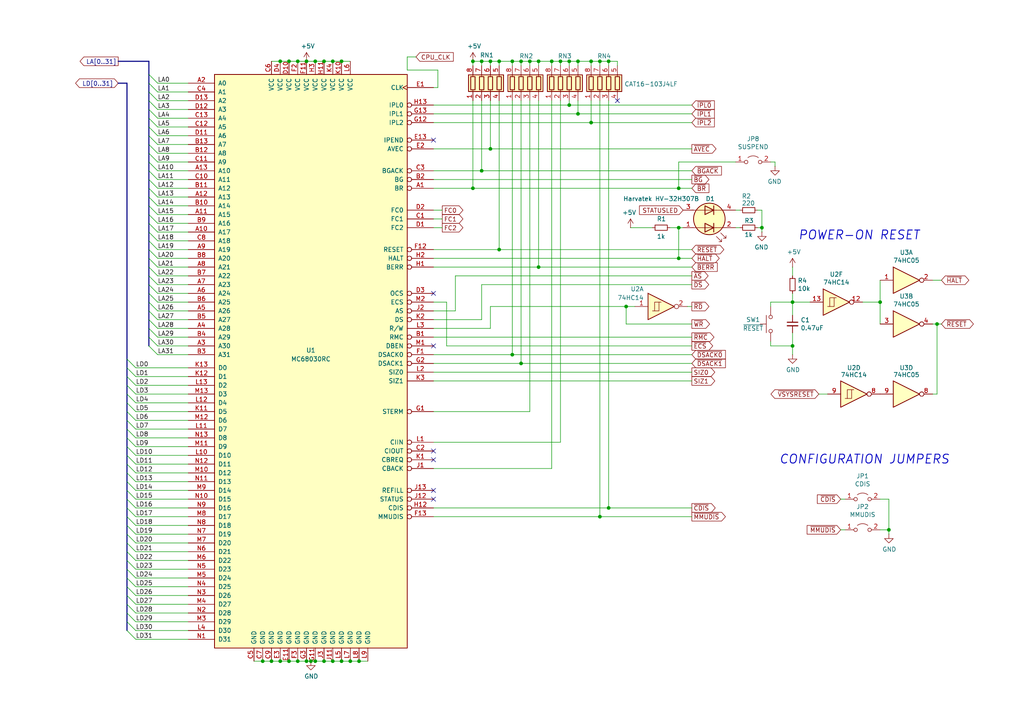
<source format=kicad_sch>
(kicad_sch (version 20231120) (generator "eeschema") (generator_version "8.0")
  (paper "A4")
  (title_block (title "k30p-VME") (rev "1"))
  (lib_symbols
    (symbol "74xx:74HC14" (pin_names (offset 1.016))
      (property "Reference" "U" (at 0 1.27 0))
      (property "Value" "74HC14" (at 0 -1.27 0))
      (symbol "74HC14_1_0"
        (pin input line (at -7.62 0 0) (length 3.81) (name "~") (number "1"))
        (pin output inverted (at 7.62 0 180) (length 3.81) (name "~") (number "2"))
      )
      (symbol "74HC14_2_0"
        (pin input line (at -7.62 0 0) (length 3.81) (name "~") (number "3"))
        (pin output inverted (at 7.62 0 180) (length 3.81) (name "~") (number "4"))
      )
      (symbol "74HC14_3_0"
        (pin input line (at -7.62 0 0) (length 3.81) (name "~") (number "5"))
        (pin output inverted (at 7.62 0 180) (length 3.81) (name "~") (number "6"))
      )
      (symbol "74HC14_4_0"
        (pin output inverted (at 7.62 0 180) (length 3.81) (name "~") (number "8"))
        (pin input line (at -7.62 0 0) (length 3.81) (name "~") (number "9"))
      )
      (symbol "74HC14_5_0"
        (pin output inverted (at 7.62 0 180) (length 3.81) (name "~") (number "10"))
        (pin input line (at -7.62 0 0) (length 3.81) (name "~") (number "11"))
      )
      (symbol "74HC14_6_0"
        (pin output inverted (at 7.62 0 180) (length 3.81) (name "~") (number "12"))
        (pin input line (at -7.62 0 0) (length 3.81) (name "~") (number "13"))
      )
      (symbol "74HC14_7_0"
        (pin power_in line (at 0 12.7 270) (length 5.08) (name "VCC") (number "14"))
        (pin power_in line (at 0 -12.7 90) (length 5.08) (name "GND") (number "7"))
      )
    )
    (symbol "74xx:74LS05" (pin_names (offset 1.016))
      (property "Reference" "U" (at 0 1.27 0))
      (property "Value" "74LS05" (at 0 -1.27 0))
      (symbol "74LS05_1_0"
        (pin input line (at -7.62 0 0) (length 3.81) (name "~") (number "1"))
        (pin open_collector inverted (at 7.62 0 180) (length 3.81) (name "~") (number "2"))
      )
      (symbol "74LS05_2_0"
        (pin input line (at -7.62 0 0) (length 3.81) (name "~") (number "3"))
        (pin open_collector inverted (at 7.62 0 180) (length 3.81) (name "~") (number "4"))
      )
      (symbol "74LS05_3_0"
        (pin input line (at -7.62 0 0) (length 3.81) (name "~") (number "5"))
        (pin open_collector inverted (at 7.62 0 180) (length 3.81) (name "~") (number "6"))
      )
      (symbol "74LS05_4_0"
        (pin open_collector inverted (at 7.62 0 180) (length 3.81) (name "~") (number "8"))
        (pin input line (at -7.62 0 0) (length 3.81) (name "~") (number "9"))
      )
      (symbol "74LS05_5_0"
        (pin open_collector inverted (at 7.62 0 180) (length 3.81) (name "~") (number "10"))
        (pin input line (at -7.62 0 0) (length 3.81) (name "~") (number "11"))
      )
      (symbol "74LS05_6_0"
        (pin open_collector inverted (at 7.62 0 180) (length 3.81) (name "~") (number "12"))
        (pin input line (at -7.62 0 0) (length 3.81) (name "~") (number "13"))
      )
      (symbol "74LS05_7_0"
        (pin power_in line (at 0 12.7 270) (length 5.08) (name "VCC") (number "14"))
        (pin power_in line (at 0 -12.7 90) (length 5.08) (name "GND") (number "7"))
      )
    )
    (symbol "Computie_68k:MC68030RC" (pin_names (offset 1.016))
      (property "Reference" "U" (at 0 2.54 0))
      (property "Value" "MC68030RC" (at 0 0 0))
      (symbol "MC68030RC_1_1"
        (pin input inverted (at 35.56 49.53 180) (length 7.62) (name "BR") (number "A1"))
        (pin output line (at -35.56 36.83 0) (length 7.62) (name "A17") (number "A10"))
        (pin output line (at -35.56 41.91 0) (length 7.62) (name "A15") (number "A11"))
        (pin output line (at -35.56 46.99 0) (length 7.62) (name "A13") (number "A12"))
        (pin output line (at -35.56 54.61 0) (length 7.62) (name "A10") (number "A13"))
        (pin output line (at -35.56 80.01 0) (length 7.62) (name "A0") (number "A2"))
        (pin output line (at -35.56 3.81 0) (length 7.62) (name "A30") (number "A3"))
        (pin output line (at -35.56 8.89 0) (length 7.62) (name "A28") (number "A4"))
        (pin output line (at -35.56 13.97 0) (length 7.62) (name "A26") (number "A5"))
        (pin output line (at -35.56 19.05 0) (length 7.62) (name "A24") (number "A6"))
        (pin output line (at -35.56 21.59 0) (length 7.62) (name "A23") (number "A7"))
        (pin output line (at -35.56 26.67 0) (length 7.62) (name "A21") (number "A8"))
        (pin output line (at -35.56 31.75 0) (length 7.62) (name "A19") (number "A9"))
        (pin output inverted (at 35.56 6.35 180) (length 7.62) (name "RMC") (number "B1"))
        (pin output line (at -35.56 44.45 0) (length 7.62) (name "A14") (number "B10"))
        (pin output line (at -35.56 49.53 0) (length 7.62) (name "A12") (number "B11"))
        (pin output line (at -35.56 59.69 0) (length 7.62) (name "A8") (number "B12"))
        (pin output line (at -35.56 62.23 0) (length 7.62) (name "A7") (number "B13"))
        (pin output inverted (at 35.56 52.07 180) (length 7.62) (name "BG") (number "B2"))
        (pin output line (at -35.56 1.27 0) (length 7.62) (name "A31") (number "B3"))
        (pin output line (at -35.56 6.35 0) (length 7.62) (name "A29") (number "B4"))
        (pin output line (at -35.56 11.43 0) (length 7.62) (name "A27") (number "B5"))
        (pin output line (at -35.56 16.51 0) (length 7.62) (name "A25") (number "B6"))
        (pin output line (at -35.56 24.13 0) (length 7.62) (name "A22") (number "B7"))
        (pin output line (at -35.56 29.21 0) (length 7.62) (name "A20") (number "B8"))
        (pin output line (at -35.56 39.37 0) (length 7.62) (name "A16") (number "B9"))
        (pin output line (at 35.56 40.64 180) (length 7.62) (name "FC1") (number "C1"))
        (pin output line (at -35.56 52.07 0) (length 7.62) (name "A11") (number "C10"))
        (pin output line (at -35.56 57.15 0) (length 7.62) (name "A9") (number "C11"))
        (pin output line (at -35.56 67.31 0) (length 7.62) (name "A5") (number "C12"))
        (pin output line (at -35.56 69.85 0) (length 7.62) (name "A4") (number "C13"))
        (pin output inverted (at 35.56 -26.67 180) (length 7.62) (name "CIOUT") (number "C2"))
        (pin input inverted (at 35.56 54.61 180) (length 7.62) (name "BGACK") (number "C3"))
        (pin output line (at -35.56 77.47 0) (length 7.62) (name "A1") (number "C4"))
        (pin power_in line (at -16.51 -87.63 90) (length 3.81) (name "GND") (number "C5"))
        (pin power_in line (at -11.43 86.36 270) (length 3.81) (name "VCC") (number "C6"))
        (pin power_in line (at -13.97 -87.63 90) (length 3.81) (name "GND") (number "C7"))
        (pin output line (at -35.56 34.29 0) (length 7.62) (name "A18") (number "C8"))
        (pin power_in line (at -11.43 -87.63 90) (length 3.81) (name "GND") (number "C9"))
        (pin output line (at 35.56 38.1 180) (length 7.62) (name "FC2") (number "D1"))
        (pin power_in line (at -6.35 86.36 270) (length 3.81) (name "VCC") (number "D10"))
        (pin output line (at -35.56 64.77 0) (length 7.62) (name "A6") (number "D11"))
        (pin output line (at -35.56 72.39 0) (length 7.62) (name "A3") (number "D12"))
        (pin output line (at -35.56 74.93 0) (length 7.62) (name "A2") (number "D13"))
        (pin output line (at 35.56 43.18 180) (length 7.62) (name "FC0") (number "D2"))
        (pin input inverted (at 35.56 19.05 180) (length 7.62) (name "OCS") (number "D3"))
        (pin power_in line (at -8.89 86.36 270) (length 3.81) (name "VCC") (number "D4"))
        (pin no_connect line (at 27.94 -54.61 180) (length 0) hide (name "NC") (number "D5"))
        (pin input clock (at 35.56 78.74 180) (length 7.62) (name "CLK") (number "E1"))
        (pin power_in line (at -6.35 -87.63 90) (length 3.81) (name "GND") (number "E11"))
        (pin no_connect line (at 27.94 -57.15 180) (length 0) hide (name "NC") (number "E12"))
        (pin output inverted (at 35.56 63.5 180) (length 7.62) (name "IPEND") (number "E13"))
        (pin input inverted (at 35.56 60.96 180) (length 7.62) (name "AVEC") (number "E2"))
        (pin power_in line (at -8.89 -87.63 90) (length 3.81) (name "GND") (number "E3"))
        (pin input inverted (at 35.56 1.27 180) (length 7.62) (name "DSACK0") (number "F1"))
        (pin no_connect line (at 27.94 -62.23 180) (length 0) hide (name "NC") (number "F10"))
        (pin power_in line (at -1.27 86.36 270) (length 3.81) (name "VCC") (number "F11"))
        (pin bidirectional inverted (at 35.56 31.75 180) (length 7.62) (name "RESET") (number "F12"))
        (pin input inverted (at 35.56 -45.72 180) (length 7.62) (name "MMUDIS") (number "F13"))
        (pin power_in line (at -3.81 86.36 270) (length 3.81) (name "VCC") (number "F2"))
        (pin power_in line (at -3.81 -87.63 90) (length 3.81) (name "GND") (number "F3"))
        (pin no_connect line (at 27.94 -59.69 180) (length 0) hide (name "NC") (number "F4"))
        (pin input inverted (at 35.56 -15.24 180) (length 7.62) (name "STERM") (number "G1"))
        (pin power_in line (at 1.27 -87.63 90) (length 3.81) (name "GND") (number "G11"))
        (pin input inverted (at 35.56 68.58 180) (length 7.62) (name "IPL2") (number "G12"))
        (pin input inverted (at 35.56 71.12 180) (length 7.62) (name "IPL1") (number "G13"))
        (pin input inverted (at 35.56 -1.27 180) (length 7.62) (name "DSACK1") (number "G2"))
        (pin power_in line (at -1.27 -87.63 90) (length 3.81) (name "GND") (number "G3"))
        (pin input inverted (at 35.56 26.67 180) (length 7.62) (name "BERR") (number "H1"))
        (pin power_in line (at 3.81 86.36 270) (length 3.81) (name "VCC") (number "H11"))
        (pin input inverted (at 35.56 -43.18 180) (length 7.62) (name "CDIS") (number "H12"))
        (pin input inverted (at 35.56 73.66 180) (length 7.62) (name "IPL0") (number "H13"))
        (pin input inverted (at 35.56 29.21 180) (length 7.62) (name "HALT") (number "H2"))
        (pin power_in line (at 1.27 86.36 270) (length 3.81) (name "VCC") (number "H3"))
        (pin input inverted (at 35.56 -31.75 180) (length 7.62) (name "CBACK") (number "J1"))
        (pin power_in line (at 6.35 -87.63 90) (length 3.81) (name "GND") (number "J11"))
        (pin output inverted (at 35.56 -40.64 180) (length 7.62) (name "STATUS") (number "J12"))
        (pin output inverted (at 35.56 -38.1 180) (length 7.62) (name "REFILL") (number "J13"))
        (pin output inverted (at 35.56 13.97 180) (length 7.62) (name "AS") (number "J2"))
        (pin power_in line (at 3.81 -87.63 90) (length 3.81) (name "GND") (number "J3"))
        (pin output inverted (at 35.56 -29.21 180) (length 7.62) (name "CBREQ") (number "K1"))
        (pin power_in line (at 8.89 86.36 270) (length 3.81) (name "VCC") (number "K10"))
        (pin bidirectional line (at -35.56 -15.24 0) (length 7.62) (name "D5") (number "K11"))
        (pin bidirectional line (at -35.56 -5.08 0) (length 7.62) (name "D1") (number "K12"))
        (pin bidirectional line (at -35.56 -2.54 0) (length 7.62) (name "D0") (number "K13"))
        (pin output inverted (at 35.56 11.43 180) (length 7.62) (name "DS") (number "K2"))
        (pin output line (at 35.56 -6.35 180) (length 7.62) (name "SIZ1") (number "K3"))
        (pin power_in line (at 6.35 86.36 270) (length 3.81) (name "VCC") (number "K4"))
        (pin no_connect line (at 27.94 -64.77 180) (length 0) hide (name "NC") (number "K5"))
        (pin input inverted (at 35.56 -24.13 180) (length 7.62) (name "CIIN") (number "L1"))
        (pin bidirectional line (at -35.56 -27.94 0) (length 7.62) (name "D10") (number "L10"))
        (pin bidirectional line (at -35.56 -20.32 0) (length 7.62) (name "D7") (number "L11"))
        (pin bidirectional line (at -35.56 -12.7 0) (length 7.62) (name "D4") (number "L12"))
        (pin bidirectional line (at -35.56 -7.62 0) (length 7.62) (name "D2") (number "L13"))
        (pin output line (at 35.56 -3.81 180) (length 7.62) (name "SIZ0") (number "L2"))
        (pin output line (at 35.56 8.89 180) (length 7.62) (name "R/W") (number "L3"))
        (pin bidirectional line (at -35.56 -78.74 0) (length 7.62) (name "D30") (number "L4"))
        (pin power_in line (at 8.89 -87.63 90) (length 3.81) (name "GND") (number "L5"))
        (pin power_in line (at 11.43 86.36 270) (length 3.81) (name "VCC") (number "L6"))
        (pin power_in line (at 11.43 -87.63 90) (length 3.81) (name "GND") (number "L7"))
        (pin power_in line (at 13.97 -87.63 90) (length 3.81) (name "GND") (number "L8"))
        (pin power_in line (at 16.51 -87.63 90) (length 3.81) (name "GND") (number "L9"))
        (pin output inverted (at 35.56 3.81 180) (length 7.62) (name "DBEN") (number "M1"))
        (pin bidirectional line (at -35.56 -33.02 0) (length 7.62) (name "D12") (number "M10"))
        (pin bidirectional line (at -35.56 -25.4 0) (length 7.62) (name "D9") (number "M11"))
        (pin bidirectional line (at -35.56 -17.78 0) (length 7.62) (name "D6") (number "M12"))
        (pin bidirectional line (at -35.56 -10.16 0) (length 7.62) (name "D3") (number "M13"))
        (pin output inverted (at 35.56 16.51 180) (length 7.62) (name "ECS") (number "M2"))
        (pin bidirectional line (at -35.56 -76.2 0) (length 7.62) (name "D29") (number "M3"))
        (pin bidirectional line (at -35.56 -71.12 0) (length 7.62) (name "D27") (number "M4"))
        (pin bidirectional line (at -35.56 -63.5 0) (length 7.62) (name "D24") (number "M5"))
        (pin bidirectional line (at -35.56 -58.42 0) (length 7.62) (name "D22") (number "M6"))
        (pin bidirectional line (at -35.56 -53.34 0) (length 7.62) (name "D20") (number "M7"))
        (pin bidirectional line (at -35.56 -45.72 0) (length 7.62) (name "D17") (number "M8"))
        (pin bidirectional line (at -35.56 -38.1 0) (length 7.62) (name "D14") (number "M9"))
        (pin bidirectional line (at -35.56 -81.28 0) (length 7.62) (name "D31") (number "N1"))
        (pin bidirectional line (at -35.56 -40.64 0) (length 7.62) (name "D15") (number "N10"))
        (pin bidirectional line (at -35.56 -35.56 0) (length 7.62) (name "D13") (number "N11"))
        (pin bidirectional line (at -35.56 -30.48 0) (length 7.62) (name "D11") (number "N12"))
        (pin bidirectional line (at -35.56 -22.86 0) (length 7.62) (name "D8") (number "N13"))
        (pin bidirectional line (at -35.56 -73.66 0) (length 7.62) (name "D28") (number "N2"))
        (pin bidirectional line (at -35.56 -68.58 0) (length 7.62) (name "D26") (number "N3"))
        (pin bidirectional line (at -35.56 -66.04 0) (length 7.62) (name "D25") (number "N4"))
        (pin bidirectional line (at -35.56 -60.96 0) (length 7.62) (name "D23") (number "N5"))
        (pin bidirectional line (at -35.56 -55.88 0) (length 7.62) (name "D21") (number "N6"))
        (pin bidirectional line (at -35.56 -50.8 0) (length 7.62) (name "D19") (number "N7"))
        (pin bidirectional line (at -35.56 -48.26 0) (length 7.62) (name "D18") (number "N8"))
        (pin bidirectional line (at -35.56 -43.18 0) (length 7.62) (name "D16") (number "N9"))
      )
    )
    (symbol "Device:C_Small" (pin_numbers hide) (pin_names (offset 0.254) hide)
      (property "Reference" "C" (at 0.254 1.778 0))
      (property "Value" "C_Small" (at 0.254 -2.032 0))
      (symbol "C_Small_1_1"
        (pin passive line (at 0 2.54 270) (length 2.032) (name "~") (number "1"))
        (pin passive line (at 0 -2.54 90) (length 2.032) (name "~") (number "2"))
      )
    )
    (symbol "Device:LED_Dual_AKAK" (pin_names (offset 0) hide)
      (property "Reference" "D" (at 0 5.715 0))
      (property "Value" "LED_Dual_AKAK" (at 0 -6.35 0))
      (symbol "LED_Dual_AKAK_1_1"
        (pin input line (at -7.62 2.54 0) (length 3.048) (name "A1") (number "1"))
        (pin input line (at 7.62 2.54 180) (length 3.81) (name "K1") (number "2"))
        (pin input line (at -7.62 -2.54 0) (length 3.048) (name "A2") (number "3"))
        (pin input line (at 7.62 -2.54 180) (length 3.81) (name "K2") (number "4"))
      )
    )
    (symbol "Device:R_Pack04" (pin_names (offset 0) hide)
      (property "Reference" "RN" (at -7.62 0 90))
      (property "Value" "R_Pack04" (at 5.08 0 90))
      (symbol "R_Pack04_1_1"
        (pin passive line (at -5.08 -5.08 90) (length 2.54) (name "R1.1") (number "1"))
        (pin passive line (at -2.54 -5.08 90) (length 2.54) (name "R2.1") (number "2"))
        (pin passive line (at 0 -5.08 90) (length 2.54) (name "R3.1") (number "3"))
        (pin passive line (at 2.54 -5.08 90) (length 2.54) (name "R4.1") (number "4"))
        (pin passive line (at 2.54 5.08 270) (length 2.54) (name "R4.2") (number "5"))
        (pin passive line (at 0 5.08 270) (length 2.54) (name "R3.2") (number "6"))
        (pin passive line (at -2.54 5.08 270) (length 2.54) (name "R2.2") (number "7"))
        (pin passive line (at -5.08 5.08 270) (length 2.54) (name "R1.2") (number "8"))
      )
    )
    (symbol "Device:R_Small" (pin_numbers hide) (pin_names (offset 0.254) hide)
      (property "Reference" "R" (at 0.762 0.508 0))
      (property "Value" "R_Small" (at 0.762 -1.016 0))
      (symbol "R_Small_1_1"
        (pin passive line (at 0 2.54 270) (length 0.762) (name "~") (number "1"))
        (pin passive line (at 0 -2.54 90) (length 0.762) (name "~") (number "2"))
      )
    )
    (symbol "Jumper:Jumper_2_Open" (pin_names (offset 0) hide)
      (property "Reference" "JP" (at 0 2.794 0))
      (property "Value" "Jumper_2_Open" (at 0 -2.286 0))
      (symbol "Jumper_2_Open_1_1"
        (pin passive line (at -5.08 0 0) (length 2.54) (name "A") (number "1"))
        (pin passive line (at 5.08 0 180) (length 2.54) (name "B") (number "2"))
      )
    )
    (symbol "Switch:SW_Push" (pin_numbers hide) (pin_names (offset 1.016) hide)
      (property "Reference" "SW" (at 1.27 2.54 0))
      (property "Value" "SW_Push" (at 0 -1.524 0))
      (symbol "SW_Push_0_1"
        (pin passive line (at -5.08 0 0) (length 2.54) (name "1") (number "1"))
        (pin passive line (at 5.08 0 180) (length 2.54) (name "2") (number "2"))
      )
    )
    (symbol "power:+5V" (power) (pin_numbers hide) (pin_names (offset 0) hide)
      (property "Value" "+5V" (at 0 3.556 0))
      (symbol "+5V_1_1"
        (pin power_in line (at 0 0 90) (length 0) (name "~") (number "1"))
      )
    )
    (symbol "power:GND" (power) (pin_numbers hide) (pin_names (offset 0) hide)
      (property "Value" "GND" (at 0 -3.81 0))
      (symbol "GND_1_1"
        (pin power_in line (at 0 0 270) (length 0) (name "~") (number "1"))
      )
    )
  )
  (junction (at 83.82 191.77))
  (junction (at 88.9 191.77))
  (junction (at 160.02 17.78))
  (junction (at 104.14 191.77))
  (junction (at 171.45 17.78))
  (junction (at 142.24 43.18))
  (junction (at 257.81 153.67))
  (junction (at 86.36 191.77))
  (junction (at 156.21 17.78))
  (junction (at 196.85 74.93))
  (junction (at 196.85 54.61))
  (junction (at 144.78 17.78))
  (junction (at 162.56 17.78))
  (junction (at 144.78 72.39))
  (junction (at 99.06 191.77))
  (junction (at 137.16 54.61))
  (junction (at 151.13 17.78))
  (junction (at 173.99 149.86))
  (junction (at 81.28 17.78))
  (junction (at 271.78 93.98))
  (junction (at 167.64 33.02))
  (junction (at 81.28 191.77))
  (junction (at 196.85 66.04))
  (junction (at 76.2 191.77))
  (junction (at 137.16 17.78))
  (junction (at 91.44 17.78))
  (junction (at 148.59 17.78))
  (junction (at 91.44 191.77))
  (junction (at 139.7 49.53))
  (junction (at 156.21 77.47))
  (junction (at 142.24 17.78))
  (junction (at 171.45 35.56))
  (junction (at 88.9 17.78))
  (junction (at 96.52 17.78))
  (junction (at 86.36 17.78))
  (junction (at 151.13 105.41))
  (junction (at 83.82 17.78))
  (junction (at 165.1 30.48))
  (junction (at 181.61 88.9))
  (junction (at 153.67 17.78))
  (junction (at 167.64 17.78))
  (junction (at 148.59 102.87))
  (junction (at 78.74 191.77))
  (junction (at 93.98 17.78))
  (junction (at 99.06 17.78))
  (junction (at 139.7 17.78))
  (junction (at 96.52 191.77))
  (junction (at 255.27 87.63))
  (junction (at 173.99 17.78))
  (junction (at 229.87 100.33))
  (junction (at 176.53 147.32))
  (junction (at 220.98 66.04))
  (junction (at 90.17 191.77))
  (junction (at 165.1 17.78))
  (junction (at 93.98 191.77))
  (junction (at 229.87 87.63))
  (junction (at 101.6 191.77))
  (junction (at 176.53 17.78))
  (no_connect (at 125.73 85.09))
  (no_connect (at 125.73 130.81))
  (no_connect (at 125.73 142.24))
  (no_connect (at 125.73 40.64))
  (no_connect (at 125.73 144.78))
  (no_connect (at 125.73 100.33))
  (no_connect (at 179.07 29.21))
  (no_connect (at 125.73 133.35))
  (bus_entry (at 43.18 26.67) (size 2.54 2.54))
  (bus_entry (at 36.83 180.34) (size 2.54 2.54))
  (bus_entry (at 36.83 149.86) (size 2.54 2.54))
  (bus_entry (at 36.83 134.62) (size 2.54 2.54))
  (bus_entry (at 36.83 114.3) (size 2.54 2.54))
  (bus_entry (at 36.83 152.4) (size 2.54 2.54))
  (bus_entry (at 43.18 100.33) (size 2.54 2.54))
  (bus_entry (at 43.18 52.07) (size 2.54 2.54))
  (bus_entry (at 43.18 90.17) (size 2.54 2.54))
  (bus_entry (at 43.18 39.37) (size 2.54 2.54))
  (bus_entry (at 43.18 46.99) (size 2.54 2.54))
  (bus_entry (at 43.18 72.39) (size 2.54 2.54))
  (bus_entry (at 36.83 124.46) (size 2.54 2.54))
  (bus_entry (at 43.18 92.71) (size 2.54 2.54))
  (bus_entry (at 43.18 59.69) (size 2.54 2.54))
  (bus_entry (at 36.83 106.68) (size 2.54 2.54))
  (bus_entry (at 43.18 77.47) (size 2.54 2.54))
  (bus_entry (at 43.18 49.53) (size 2.54 2.54))
  (bus_entry (at 36.83 132.08) (size 2.54 2.54))
  (bus_entry (at 36.83 177.8) (size 2.54 2.54))
  (bus_entry (at 36.83 167.64) (size 2.54 2.54))
  (bus_entry (at 43.18 82.55) (size 2.54 2.54))
  (bus_entry (at 36.83 144.78) (size 2.54 2.54))
  (bus_entry (at 43.18 97.79) (size 2.54 2.54))
  (bus_entry (at 36.83 142.24) (size 2.54 2.54))
  (bus_entry (at 36.83 172.72) (size 2.54 2.54))
  (bus_entry (at 36.83 129.54) (size 2.54 2.54))
  (bus_entry (at 43.18 67.31) (size 2.54 2.54))
  (bus_entry (at 36.83 111.76) (size 2.54 2.54))
  (bus_entry (at 43.18 44.45) (size 2.54 2.54))
  (bus_entry (at 43.18 54.61) (size 2.54 2.54))
  (bus_entry (at 36.83 147.32) (size 2.54 2.54))
  (bus_entry (at 36.83 165.1) (size 2.54 2.54))
  (bus_entry (at 43.18 64.77) (size 2.54 2.54))
  (bus_entry (at 43.18 62.23) (size 2.54 2.54))
  (bus_entry (at 36.83 119.38) (size 2.54 2.54))
  (bus_entry (at 36.83 160.02) (size 2.54 2.54))
  (bus_entry (at 36.83 127) (size 2.54 2.54))
  (bus_entry (at 43.18 80.01) (size 2.54 2.54))
  (bus_entry (at 36.83 157.48) (size 2.54 2.54))
  (bus_entry (at 43.18 34.29) (size 2.54 2.54))
  (bus_entry (at 36.83 104.14) (size 2.54 2.54))
  (bus_entry (at 36.83 116.84) (size 2.54 2.54))
  (bus_entry (at 36.83 137.16) (size 2.54 2.54))
  (bus_entry (at 43.18 21.59) (size 2.54 2.54))
  (bus_entry (at 36.83 162.56) (size 2.54 2.54))
  (bus_entry (at 43.18 95.25) (size 2.54 2.54))
  (bus_entry (at 43.18 87.63) (size 2.54 2.54))
  (bus_entry (at 36.83 109.22) (size 2.54 2.54))
  (bus_entry (at 43.18 24.13) (size 2.54 2.54))
  (bus_entry (at 43.18 36.83) (size 2.54 2.54))
  (bus_entry (at 43.18 29.21) (size 2.54 2.54))
  (bus_entry (at 36.83 139.7) (size 2.54 2.54))
  (bus_entry (at 43.18 31.75) (size 2.54 2.54))
  (bus_entry (at 43.18 74.93) (size 2.54 2.54))
  (bus_entry (at 36.83 170.18) (size 2.54 2.54))
  (bus_entry (at 36.83 121.92) (size 2.54 2.54))
  (bus_entry (at 43.18 41.91) (size 2.54 2.54))
  (bus_entry (at 36.83 182.88) (size 2.54 2.54))
  (bus_entry (at 43.18 85.09) (size 2.54 2.54))
  (bus_entry (at 43.18 57.15) (size 2.54 2.54))
  (bus_entry (at 43.18 69.85) (size 2.54 2.54))
  (bus_entry (at 36.83 175.26) (size 2.54 2.54))
  (bus_entry (at 36.83 154.94) (size 2.54 2.54))
  (wire (pts (xy 213.36 46.99) (xy 196.85 46.99)))
  (wire (pts (xy 214.63 66.04) (xy 213.36 66.04)))
  (bus (pts (xy 43.18 41.91) (xy 43.18 44.45)))
  (bus (pts (xy 43.18 62.23) (xy 43.18 64.77)))
  (wire (pts (xy 125.73 92.71) (xy 139.7 92.71)))
  (wire (pts (xy 125.73 102.87) (xy 148.59 102.87)))
  (wire (pts (xy 39.37 132.08) (xy 54.61 132.08)))
  (wire (pts (xy 90.17 191.77) (xy 91.44 191.77)))
  (wire (pts (xy 45.72 97.79) (xy 54.61 97.79)))
  (bus (pts (xy 43.18 17.78) (xy 34.29 17.78)))
  (wire (pts (xy 39.37 121.92) (xy 54.61 121.92)))
  (wire (pts (xy 243.84 144.78) (xy 245.11 144.78)))
  (wire (pts (xy 153.67 29.21) (xy 153.67 119.38)))
  (bus (pts (xy 36.83 104.14) (xy 36.83 106.68)))
  (bus (pts (xy 43.18 69.85) (xy 43.18 72.39)))
  (wire (pts (xy 91.44 17.78) (xy 93.98 17.78)))
  (wire (pts (xy 224.79 46.99) (xy 224.79 48.26)))
  (wire (pts (xy 45.72 46.99) (xy 54.61 46.99)))
  (bus (pts (xy 36.83 106.68) (xy 36.83 109.22)))
  (wire (pts (xy 220.98 60.96) (xy 220.98 66.04)))
  (bus (pts (xy 43.18 49.53) (xy 43.18 52.07)))
  (wire (pts (xy 148.59 29.21) (xy 148.59 102.87)))
  (wire (pts (xy 125.73 30.48) (xy 165.1 30.48)))
  (wire (pts (xy 45.72 64.77) (xy 54.61 64.77)))
  (wire (pts (xy 223.52 99.06) (xy 223.52 100.33)))
  (wire (pts (xy 160.02 135.89) (xy 160.02 29.21)))
  (bus (pts (xy 36.83 114.3) (xy 36.83 116.84)))
  (wire (pts (xy 127 20.32) (xy 127 25.4)))
  (wire (pts (xy 45.72 80.01) (xy 54.61 80.01)))
  (wire (pts (xy 118.11 16.51) (xy 118.11 20.32)))
  (wire (pts (xy 39.37 149.86) (xy 54.61 149.86)))
  (wire (pts (xy 167.64 33.02) (xy 200.66 33.02)))
  (wire (pts (xy 125.73 63.5) (xy 128.27 63.5)))
  (wire (pts (xy 137.16 19.05) (xy 137.16 17.78)))
  (wire (pts (xy 196.85 46.99) (xy 196.85 54.61)))
  (bus (pts (xy 43.18 64.77) (xy 43.18 67.31)))
  (wire (pts (xy 45.72 44.45) (xy 54.61 44.45)))
  (bus (pts (xy 36.83 139.7) (xy 36.83 142.24)))
  (bus (pts (xy 43.18 67.31) (xy 43.18 69.85)))
  (wire (pts (xy 39.37 119.38) (xy 54.61 119.38)))
  (bus (pts (xy 43.18 46.99) (xy 43.18 49.53)))
  (wire (pts (xy 171.45 17.78) (xy 173.99 17.78)))
  (wire (pts (xy 167.64 33.02) (xy 167.64 29.21)))
  (wire (pts (xy 167.64 17.78) (xy 167.64 19.05)))
  (wire (pts (xy 151.13 29.21) (xy 151.13 105.41)))
  (wire (pts (xy 142.24 95.25) (xy 142.24 88.9)))
  (wire (pts (xy 139.7 49.53) (xy 200.66 49.53)))
  (wire (pts (xy 45.72 31.75) (xy 54.61 31.75)))
  (wire (pts (xy 165.1 30.48) (xy 200.66 30.48)))
  (bus (pts (xy 43.18 31.75) (xy 43.18 34.29)))
  (wire (pts (xy 99.06 191.77) (xy 101.6 191.77)))
  (bus (pts (xy 36.83 152.4) (xy 36.83 154.94)))
  (wire (pts (xy 39.37 139.7) (xy 54.61 139.7)))
  (wire (pts (xy 104.14 191.77) (xy 106.68 191.77)))
  (wire (pts (xy 125.73 97.79) (xy 200.66 97.79)))
  (bus (pts (xy 43.18 24.13) (xy 43.18 26.67)))
  (wire (pts (xy 45.72 39.37) (xy 54.61 39.37)))
  (bus (pts (xy 36.83 160.02) (xy 36.83 162.56)))
  (wire (pts (xy 171.45 19.05) (xy 171.45 17.78)))
  (wire (pts (xy 88.9 191.77) (xy 90.17 191.77)))
  (wire (pts (xy 125.73 25.4) (xy 127 25.4)))
  (bus (pts (xy 36.83 149.86) (xy 36.83 152.4)))
  (wire (pts (xy 45.72 59.69) (xy 54.61 59.69)))
  (wire (pts (xy 125.73 119.38) (xy 153.67 119.38)))
  (wire (pts (xy 198.12 66.04) (xy 196.85 66.04)))
  (wire (pts (xy 142.24 29.21) (xy 142.24 43.18)))
  (wire (pts (xy 270.51 114.3) (xy 271.78 114.3)))
  (wire (pts (xy 220.98 66.04) (xy 219.71 66.04)))
  (wire (pts (xy 45.72 24.13) (xy 54.61 24.13)))
  (wire (pts (xy 139.7 82.55) (xy 139.7 92.71)))
  (wire (pts (xy 153.67 17.78) (xy 156.21 17.78)))
  (wire (pts (xy 176.53 17.78) (xy 179.07 17.78)))
  (bus (pts (xy 43.18 21.59) (xy 43.18 24.13)))
  (bus (pts (xy 43.18 97.79) (xy 43.18 100.33)))
  (wire (pts (xy 88.9 17.78) (xy 91.44 17.78)))
  (wire (pts (xy 151.13 105.41) (xy 200.66 105.41)))
  (wire (pts (xy 39.37 180.34) (xy 54.61 180.34)))
  (bus (pts (xy 36.83 142.24) (xy 36.83 144.78)))
  (bus (pts (xy 36.83 24.13) (xy 36.83 104.14)))
  (wire (pts (xy 39.37 109.22) (xy 54.61 109.22)))
  (wire (pts (xy 160.02 17.78) (xy 162.56 17.78)))
  (wire (pts (xy 83.82 191.77) (xy 86.36 191.77)))
  (wire (pts (xy 125.73 147.32) (xy 176.53 147.32)))
  (bus (pts (xy 36.83 157.48) (xy 36.83 160.02)))
  (wire (pts (xy 271.78 93.98) (xy 273.05 93.98)))
  (wire (pts (xy 45.72 34.29) (xy 54.61 34.29)))
  (wire (pts (xy 162.56 17.78) (xy 165.1 17.78)))
  (wire (pts (xy 144.78 72.39) (xy 200.66 72.39)))
  (wire (pts (xy 39.37 129.54) (xy 54.61 129.54)))
  (wire (pts (xy 176.53 147.32) (xy 200.66 147.32)))
  (wire (pts (xy 99.06 17.78) (xy 101.6 17.78)))
  (wire (pts (xy 132.08 90.17) (xy 125.73 90.17)))
  (wire (pts (xy 39.37 134.62) (xy 54.61 134.62)))
  (wire (pts (xy 139.7 17.78) (xy 142.24 17.78)))
  (wire (pts (xy 81.28 191.77) (xy 83.82 191.77)))
  (wire (pts (xy 151.13 17.78) (xy 153.67 17.78)))
  (wire (pts (xy 148.59 19.05) (xy 148.59 17.78)))
  (wire (pts (xy 223.52 88.9) (xy 223.52 87.63)))
  (wire (pts (xy 196.85 54.61) (xy 200.66 54.61)))
  (bus (pts (xy 36.83 132.08) (xy 36.83 134.62)))
  (wire (pts (xy 125.73 128.27) (xy 162.56 128.27)))
  (wire (pts (xy 139.7 49.53) (xy 139.7 29.21)))
  (wire (pts (xy 153.67 19.05) (xy 153.67 17.78)))
  (wire (pts (xy 181.61 93.98) (xy 200.66 93.98)))
  (wire (pts (xy 173.99 149.86) (xy 200.66 149.86)))
  (wire (pts (xy 39.37 124.46) (xy 54.61 124.46)))
  (wire (pts (xy 39.37 142.24) (xy 54.61 142.24)))
  (wire (pts (xy 156.21 77.47) (xy 156.21 29.21)))
  (wire (pts (xy 45.72 77.47) (xy 54.61 77.47)))
  (wire (pts (xy 91.44 191.77) (xy 93.98 191.77)))
  (wire (pts (xy 137.16 29.21) (xy 137.16 54.61)))
  (wire (pts (xy 255.27 87.63) (xy 250.19 87.63)))
  (wire (pts (xy 39.37 106.68) (xy 54.61 106.68)))
  (wire (pts (xy 93.98 17.78) (xy 96.52 17.78)))
  (bus (pts (xy 36.83 134.62) (xy 36.83 137.16)))
  (wire (pts (xy 255.27 87.63) (xy 255.27 93.98)))
  (wire (pts (xy 137.16 54.61) (xy 196.85 54.61)))
  (wire (pts (xy 45.72 36.83) (xy 54.61 36.83)))
  (bus (pts (xy 36.83 172.72) (xy 36.83 175.26)))
  (wire (pts (xy 45.72 26.67) (xy 54.61 26.67)))
  (wire (pts (xy 173.99 29.21) (xy 173.99 149.86)))
  (wire (pts (xy 125.73 95.25) (xy 142.24 95.25)))
  (bus (pts (xy 43.18 44.45) (xy 43.18 46.99)))
  (wire (pts (xy 125.73 149.86) (xy 173.99 149.86)))
  (bus (pts (xy 36.83 121.92) (xy 36.83 124.46)))
  (wire (pts (xy 270.51 93.98) (xy 271.78 93.98)))
  (bus (pts (xy 43.18 17.78) (xy 43.18 21.59)))
  (wire (pts (xy 45.72 49.53) (xy 54.61 49.53)))
  (wire (pts (xy 142.24 17.78) (xy 144.78 17.78)))
  (wire (pts (xy 271.78 93.98) (xy 271.78 114.3)))
  (bus (pts (xy 36.83 111.76) (xy 36.83 114.3)))
  (wire (pts (xy 151.13 17.78) (xy 151.13 19.05)))
  (wire (pts (xy 45.72 85.09) (xy 54.61 85.09)))
  (wire (pts (xy 101.6 191.77) (xy 104.14 191.77)))
  (wire (pts (xy 125.73 74.93) (xy 196.85 74.93)))
  (wire (pts (xy 39.37 185.42) (xy 54.61 185.42)))
  (wire (pts (xy 132.08 80.01) (xy 200.66 80.01)))
  (wire (pts (xy 96.52 17.78) (xy 99.06 17.78)))
  (wire (pts (xy 125.73 60.96) (xy 128.27 60.96)))
  (wire (pts (xy 229.87 87.63) (xy 229.87 91.44)))
  (wire (pts (xy 229.87 87.63) (xy 229.87 85.09)))
  (wire (pts (xy 45.72 95.25) (xy 54.61 95.25)))
  (bus (pts (xy 36.83 116.84) (xy 36.83 119.38)))
  (bus (pts (xy 43.18 29.21) (xy 43.18 31.75)))
  (bus (pts (xy 43.18 95.25) (xy 43.18 97.79)))
  (wire (pts (xy 165.1 19.05) (xy 165.1 17.78)))
  (wire (pts (xy 45.72 57.15) (xy 54.61 57.15)))
  (wire (pts (xy 179.07 17.78) (xy 179.07 19.05)))
  (bus (pts (xy 43.18 57.15) (xy 43.18 59.69)))
  (wire (pts (xy 273.05 81.28) (xy 270.51 81.28)))
  (bus (pts (xy 43.18 85.09) (xy 43.18 87.63)))
  (bus (pts (xy 36.83 165.1) (xy 36.83 167.64)))
  (wire (pts (xy 220.98 66.04) (xy 220.98 67.31)))
  (wire (pts (xy 156.21 17.78) (xy 160.02 17.78)))
  (wire (pts (xy 196.85 74.93) (xy 200.66 74.93)))
  (wire (pts (xy 125.73 43.18) (xy 142.24 43.18)))
  (wire (pts (xy 171.45 35.56) (xy 171.45 29.21)))
  (bus (pts (xy 36.83 170.18) (xy 36.83 172.72)))
  (bus (pts (xy 36.83 167.64) (xy 36.83 170.18)))
  (wire (pts (xy 156.21 77.47) (xy 200.66 77.47)))
  (wire (pts (xy 39.37 137.16) (xy 54.61 137.16)))
  (wire (pts (xy 125.73 54.61) (xy 137.16 54.61)))
  (wire (pts (xy 257.81 154.94) (xy 257.81 153.67)))
  (wire (pts (xy 76.2 191.77) (xy 78.74 191.77)))
  (bus (pts (xy 36.83 109.22) (xy 36.83 111.76)))
  (wire (pts (xy 240.03 114.3) (xy 237.49 114.3)))
  (wire (pts (xy 39.37 162.56) (xy 54.61 162.56)))
  (bus (pts (xy 43.18 26.67) (xy 43.18 29.21)))
  (wire (pts (xy 137.16 17.78) (xy 139.7 17.78)))
  (wire (pts (xy 255.27 81.28) (xy 255.27 87.63)))
  (wire (pts (xy 125.73 135.89) (xy 160.02 135.89)))
  (wire (pts (xy 148.59 102.87) (xy 200.66 102.87)))
  (wire (pts (xy 171.45 35.56) (xy 200.66 35.56)))
  (wire (pts (xy 213.36 60.96) (xy 214.63 60.96)))
  (bus (pts (xy 36.83 137.16) (xy 36.83 139.7)))
  (bus (pts (xy 43.18 52.07) (xy 43.18 54.61)))
  (bus (pts (xy 36.83 154.94) (xy 36.83 157.48)))
  (wire (pts (xy 45.72 74.93) (xy 54.61 74.93)))
  (bus (pts (xy 43.18 82.55) (xy 43.18 85.09)))
  (wire (pts (xy 125.73 49.53) (xy 139.7 49.53)))
  (wire (pts (xy 39.37 147.32) (xy 54.61 147.32)))
  (bus (pts (xy 43.18 90.17) (xy 43.18 92.71)))
  (wire (pts (xy 142.24 43.18) (xy 200.66 43.18)))
  (wire (pts (xy 167.64 17.78) (xy 171.45 17.78)))
  (wire (pts (xy 125.73 77.47) (xy 156.21 77.47)))
  (wire (pts (xy 125.73 33.02) (xy 167.64 33.02)))
  (wire (pts (xy 39.37 152.4) (xy 54.61 152.4)))
  (wire (pts (xy 125.73 105.41) (xy 151.13 105.41)))
  (wire (pts (xy 176.53 29.21) (xy 176.53 147.32)))
  (wire (pts (xy 162.56 17.78) (xy 162.56 19.05)))
  (bus (pts (xy 43.18 87.63) (xy 43.18 90.17)))
  (wire (pts (xy 162.56 29.21) (xy 162.56 128.27)))
  (wire (pts (xy 243.84 153.67) (xy 245.11 153.67)))
  (bus (pts (xy 36.83 124.46) (xy 36.83 127)))
  (wire (pts (xy 173.99 17.78) (xy 173.99 19.05)))
  (wire (pts (xy 182.88 66.04) (xy 189.23 66.04)))
  (wire (pts (xy 165.1 17.78) (xy 167.64 17.78)))
  (wire (pts (xy 45.72 67.31) (xy 54.61 67.31)))
  (bus (pts (xy 36.83 129.54) (xy 36.83 132.08)))
  (wire (pts (xy 156.21 17.78) (xy 156.21 19.05)))
  (bus (pts (xy 36.83 162.56) (xy 36.83 165.1)))
  (bus (pts (xy 43.18 39.37) (xy 43.18 41.91)))
  (wire (pts (xy 39.37 182.88) (xy 54.61 182.88)))
  (wire (pts (xy 39.37 165.1) (xy 54.61 165.1)))
  (bus (pts (xy 43.18 80.01) (xy 43.18 82.55)))
  (bus (pts (xy 43.18 54.61) (xy 43.18 57.15)))
  (bus (pts (xy 36.83 175.26) (xy 36.83 177.8)))
  (wire (pts (xy 139.7 17.78) (xy 139.7 19.05)))
  (wire (pts (xy 125.73 72.39) (xy 144.78 72.39)))
  (wire (pts (xy 45.72 29.21) (xy 54.61 29.21)))
  (bus (pts (xy 36.83 177.8) (xy 36.83 180.34)))
  (bus (pts (xy 43.18 59.69) (xy 43.18 62.23)))
  (wire (pts (xy 39.37 111.76) (xy 54.61 111.76)))
  (wire (pts (xy 45.72 54.61) (xy 54.61 54.61)))
  (wire (pts (xy 229.87 96.52) (xy 229.87 100.33)))
  (wire (pts (xy 86.36 191.77) (xy 88.9 191.77)))
  (bus (pts (xy 36.83 180.34) (xy 36.83 182.88)))
  (wire (pts (xy 81.28 17.78) (xy 83.82 17.78)))
  (wire (pts (xy 39.37 160.02) (xy 54.61 160.02)))
  (wire (pts (xy 73.66 191.77) (xy 76.2 191.77)))
  (wire (pts (xy 45.72 87.63) (xy 54.61 87.63)))
  (wire (pts (xy 83.82 17.78) (xy 86.36 17.78)))
  (wire (pts (xy 144.78 29.21) (xy 144.78 72.39)))
  (bus (pts (xy 43.18 77.47) (xy 43.18 80.01)))
  (bus (pts (xy 43.18 74.93) (xy 43.18 77.47)))
  (wire (pts (xy 96.52 191.77) (xy 99.06 191.77)))
  (wire (pts (xy 39.37 154.94) (xy 54.61 154.94)))
  (wire (pts (xy 39.37 144.78) (xy 54.61 144.78)))
  (wire (pts (xy 139.7 82.55) (xy 200.66 82.55)))
  (wire (pts (xy 39.37 172.72) (xy 54.61 172.72)))
  (wire (pts (xy 45.72 82.55) (xy 54.61 82.55)))
  (wire (pts (xy 125.73 107.95) (xy 200.66 107.95)))
  (wire (pts (xy 176.53 19.05) (xy 176.53 17.78)))
  (wire (pts (xy 223.52 87.63) (xy 229.87 87.63)))
  (wire (pts (xy 229.87 102.87) (xy 229.87 100.33)))
  (bus (pts (xy 43.18 92.71) (xy 43.18 95.25)))
  (wire (pts (xy 39.37 170.18) (xy 54.61 170.18)))
  (wire (pts (xy 78.74 17.78) (xy 81.28 17.78)))
  (wire (pts (xy 125.73 52.07) (xy 200.66 52.07)))
  (wire (pts (xy 223.52 100.33) (xy 229.87 100.33)))
  (wire (pts (xy 45.72 72.39) (xy 54.61 72.39)))
  (wire (pts (xy 129.54 100.33) (xy 200.66 100.33)))
  (wire (pts (xy 132.08 80.01) (xy 132.08 90.17)))
  (wire (pts (xy 142.24 19.05) (xy 142.24 17.78)))
  (bus (pts (xy 36.83 119.38) (xy 36.83 121.92)))
  (wire (pts (xy 144.78 17.78) (xy 148.59 17.78)))
  (wire (pts (xy 86.36 17.78) (xy 88.9 17.78)))
  (wire (pts (xy 45.72 90.17) (xy 54.61 90.17)))
  (wire (pts (xy 78.74 191.77) (xy 81.28 191.77)))
  (wire (pts (xy 219.71 60.96) (xy 220.98 60.96)))
  (bus (pts (xy 36.83 24.13) (xy 34.29 24.13)))
  (wire (pts (xy 39.37 175.26) (xy 54.61 175.26)))
  (bus (pts (xy 36.83 147.32) (xy 36.83 149.86)))
  (wire (pts (xy 39.37 116.84) (xy 54.61 116.84)))
  (wire (pts (xy 39.37 114.3) (xy 54.61 114.3)))
  (wire (pts (xy 142.24 88.9) (xy 181.61 88.9)))
  (wire (pts (xy 234.95 87.63) (xy 229.87 87.63)))
  (wire (pts (xy 120.65 16.51) (xy 118.11 16.51)))
  (bus (pts (xy 43.18 34.29) (xy 43.18 36.83)))
  (wire (pts (xy 199.39 88.9) (xy 200.66 88.9)))
  (wire (pts (xy 45.72 52.07) (xy 54.61 52.07)))
  (wire (pts (xy 181.61 88.9) (xy 184.15 88.9)))
  (bus (pts (xy 43.18 36.83) (xy 43.18 39.37)))
  (wire (pts (xy 118.11 20.32) (xy 127 20.32)))
  (wire (pts (xy 45.72 69.85) (xy 54.61 69.85)))
  (wire (pts (xy 129.54 87.63) (xy 129.54 100.33)))
  (wire (pts (xy 45.72 92.71) (xy 54.61 92.71)))
  (wire (pts (xy 45.72 102.87) (xy 54.61 102.87)))
  (wire (pts (xy 229.87 77.47) (xy 229.87 80.01)))
  (wire (pts (xy 93.98 191.77) (xy 96.52 191.77)))
  (bus (pts (xy 36.83 144.78) (xy 36.83 147.32)))
  (wire (pts (xy 39.37 177.8) (xy 54.61 177.8)))
  (wire (pts (xy 223.52 46.99) (xy 224.79 46.99)))
  (wire (pts (xy 125.73 35.56) (xy 171.45 35.56)))
  (wire (pts (xy 200.66 110.49) (xy 125.73 110.49)))
  (wire (pts (xy 196.85 66.04) (xy 196.85 74.93)))
  (bus (pts (xy 43.18 72.39) (xy 43.18 74.93)))
  (wire (pts (xy 160.02 19.05) (xy 160.02 17.78)))
  (wire (pts (xy 39.37 127) (xy 54.61 127)))
  (wire (pts (xy 194.31 66.04) (xy 196.85 66.04)))
  (wire (pts (xy 39.37 167.64) (xy 54.61 167.64)))
  (wire (pts (xy 148.59 17.78) (xy 151.13 17.78)))
  (wire (pts (xy 39.37 157.48) (xy 54.61 157.48)))
  (wire (pts (xy 45.72 41.91) (xy 54.61 41.91)))
  (bus (pts (xy 36.83 127) (xy 36.83 129.54)))
  (wire (pts (xy 45.72 100.33) (xy 54.61 100.33)))
  (wire (pts (xy 257.81 144.78) (xy 255.27 144.78)))
  (wire (pts (xy 45.72 62.23) (xy 54.61 62.23)))
  (wire (pts (xy 144.78 17.78) (xy 144.78 19.05)))
  (wire (pts (xy 257.81 153.67) (xy 257.81 144.78)))
  (wire (pts (xy 255.27 153.67) (xy 257.81 153.67)))
  (wire (pts (xy 125.73 87.63) (xy 129.54 87.63)))
  (wire (pts (xy 181.61 93.98) (xy 181.61 88.9)))
  (wire (pts (xy 165.1 30.48) (xy 165.1 29.21)))
  (wire (pts (xy 173.99 17.78) (xy 176.53 17.78)))
  (wire (pts (xy 125.73 66.04) (xy 128.27 66.04)))
  (text "CONFIGURATION JUMPERS" (at 250.698 134.874 0) (effects (font (size 2.56 2.56) (thickness 0.254) (bold yes) (italic yes)) (justify bottom)))
  (text "POWER-ON RESET" (at 249.174 69.85 0) (effects (font (size 2.56 2.56) (thickness 0.254) (bold yes) (italic yes)) (justify bottom)))
  (label "LD12" (at 39.37 137.16 0))
  (label "LA17" (at 45.72 67.31 0))
  (label "LD16" (at 39.37 147.32 0))
  (label "LA23" (at 45.72 82.55 0))
  (label "LD0" (at 39.37 106.68 0))
  (label "LA16" (at 45.72 64.77 0))
  (label "LA6" (at 45.72 39.37 0))
  (label "LD26" (at 39.37 172.72 0))
  (label "LA14" (at 45.72 59.69 0))
  (label "LD5" (at 39.37 119.38 0))
  (label "LA15" (at 45.72 62.23 0))
  (label "LD15" (at 39.37 144.78 0))
  (label "LD11" (at 39.37 134.62 0))
  (label "LD7" (at 39.37 124.46 0))
  (label "LA27" (at 45.72 92.71 0))
  (label "LD13" (at 39.37 139.7 0))
  (label "LD14" (at 39.37 142.24 0))
  (label "LD18" (at 39.37 152.4 0))
  (label "LA25" (at 45.72 87.63 0))
  (label "LD21" (at 39.37 160.02 0))
  (label "LD28" (at 39.37 177.8 0))
  (label "LA21" (at 45.72 77.47 0))
  (label "LA3" (at 45.72 31.75 0))
  (label "LA20" (at 45.72 74.93 0))
  (label "LA11" (at 45.72 52.07 0))
  (label "LA13" (at 45.72 57.15 0))
  (label "LD25" (at 39.37 170.18 0))
  (label "LD17" (at 39.37 149.86 0))
  (label "LA29" (at 45.72 97.79 0))
  (label "LD10" (at 39.37 132.08 0))
  (label "LD9" (at 39.37 129.54 0))
  (label "LA22" (at 45.72 80.01 0))
  (label "LA10" (at 45.72 49.53 0))
  (label "LD27" (at 39.37 175.26 0))
  (label "LD4" (at 39.37 116.84 0))
  (label "LD8" (at 39.37 127 0))
  (label "LD29" (at 39.37 180.34 0))
  (label "LA5" (at 45.72 36.83 0))
  (label "LA12" (at 45.72 54.61 0))
  (label "LA4" (at 45.72 34.29 0))
  (label "LA9" (at 45.72 46.99 0))
  (label "LA2" (at 45.72 29.21 0))
  (label "LA0" (at 45.72 24.13 0))
  (label "LD19" (at 39.37 154.94 0))
  (label "LA28" (at 45.72 95.25 0))
  (label "LD6" (at 39.37 121.92 0))
  (label "LD22" (at 39.37 162.56 0))
  (label "LA31" (at 45.72 102.87 0))
  (label "LA1" (at 45.72 26.67 0))
  (label "LD1" (at 39.37 109.22 0))
  (label "LD2" (at 39.37 111.76 0))
  (label "LA26" (at 45.72 90.17 0))
  (label "LD3" (at 39.37 114.3 0))
  (label "LA7" (at 45.72 41.91 0))
  (label "LD23" (at 39.37 165.1 0))
  (label "LD30" (at 39.37 182.88 0))
  (label "LA24" (at 45.72 85.09 0))
  (label "LD31" (at 39.37 185.42 0))
  (label "LA19" (at 45.72 72.39 0))
  (label "LD20" (at 39.37 157.48 0))
  (label "LA8" (at 45.72 44.45 0))
  (label "LA30" (at 45.72 100.33 0))
  (label "LD24" (at 39.37 167.64 0))
  (label "LA18" (at 45.72 69.85 0))
  (global_label "~{HALT}" (shape bidirectional) (at 200.66 74.93 0) (property "Intersheetrefs" "${INTERSHEET_REFS}" (at 208.3583 74.93 0) (effects (justify left))))
  (global_label "~{IPL0}" (shape input) (at 200.66 30.48 0) (property "Intersheetrefs" "${INTERSHEET_REFS}" (at 207.1034 30.48 0) (effects (justify left))))
  (global_label "~{BGACK}" (shape input) (at 200.66 49.53 0) (property "Intersheetrefs" "${INTERSHEET_REFS}" (at 209.1596 49.53 0) (effects (justify left))))
  (global_label "~{CDIS}" (shape input) (at 243.84 144.78 180) (property "Intersheetrefs" "${INTERSHEET_REFS}" (at 3.81 87.63 0)))
  (global_label "SIZ0" (shape output) (at 200.66 107.95 0) (property "Intersheetrefs" "${INTERSHEET_REFS}" (at 207.2243 107.95 0) (effects (justify left))))
  (global_label "~{CDIS}" (shape output) (at 200.66 147.32 0) (property "Intersheetrefs" "${INTERSHEET_REFS}" (at 207.3453 147.32 0) (effects (justify left))))
  (global_label "~{MMUDIS}" (shape output) (at 200.66 149.86 0) (property "Intersheetrefs" "${INTERSHEET_REFS}" (at 210.3086 149.86 0) (effects (justify left))))
  (global_label "~{AVEC}" (shape output) (at 200.66 43.18 0) (property "Intersheetrefs" "${INTERSHEET_REFS}" (at 207.5872 43.18 0) (effects (justify left))))
  (global_label "FC1" (shape output) (at 128.27 63.5 0) (property "Intersheetrefs" "${INTERSHEET_REFS}" (at 134.1691 63.5 0) (effects (justify left))))
  (global_label "~{WR}" (shape output) (at 200.66 93.98 0) (property "Intersheetrefs" "${INTERSHEET_REFS}" (at 205.7124 93.98 0) (effects (justify left))))
  (global_label "STATUSLED" (shape input) (at 198.12 60.96 180) (property "Intersheetrefs" "${INTERSHEET_REFS}" (at 184.9144 60.96 0) (effects (justify right))))
  (global_label "~{RESET}" (shape bidirectional) (at 273.05 93.98 0) (property "Intersheetrefs" "${INTERSHEET_REFS}" (at 282.0786 93.98 0) (effects (justify left))))
  (global_label "CPU_CLK" (shape input) (at 120.65 16.51 0) (property "Intersheetrefs" "${INTERSHEET_REFS}" (at 132.0414 16.51 0) (effects (justify left))))
  (global_label "~{DS}" (shape output) (at 200.66 82.55 0) (property "Intersheetrefs" "${INTERSHEET_REFS}" (at 205.4705 82.55 0) (effects (justify left))))
  (global_label "~{IPL2}" (shape input) (at 200.66 35.56 0) (property "Intersheetrefs" "${INTERSHEET_REFS}" (at 207.1034 35.56 0) (effects (justify left))))
  (global_label "~{DSACK0}" (shape input) (at 200.66 102.87 0) (property "Intersheetrefs" "${INTERSHEET_REFS}" (at 210.3086 102.87 0) (effects (justify left))))
  (global_label "~{HALT}" (shape bidirectional) (at 273.05 81.28 0) (property "Intersheetrefs" "${INTERSHEET_REFS}" (at 280.7483 81.28 0) (effects (justify left))))
  (global_label "FC0" (shape output) (at 128.27 60.96 0) (property "Intersheetrefs" "${INTERSHEET_REFS}" (at 134.1691 60.96 0) (effects (justify left))))
  (global_label "~{RESET}" (shape bidirectional) (at 200.66 72.39 0) (property "Intersheetrefs" "${INTERSHEET_REFS}" (at 209.6886 72.39 0) (effects (justify left))))
  (global_label "SIZ1" (shape output) (at 200.66 110.49 0) (property "Intersheetrefs" "${INTERSHEET_REFS}" (at 207.2243 110.49 0) (effects (justify left))))
  (global_label "~{RMC}" (shape output) (at 200.66 97.79 0) (property "Intersheetrefs" "${INTERSHEET_REFS}" (at 207.6366 97.79 0) (effects (justify left))))
  (global_label "~{IPL1}" (shape input) (at 200.66 33.02 0) (property "Intersheetrefs" "${INTERSHEET_REFS}" (at 207.1034 33.02 0) (effects (justify left))))
  (global_label "~{BERR}" (shape input) (at 200.66 77.47 0) (property "Intersheetrefs" "${INTERSHEET_REFS}" (at 207.95 77.47 0) (effects (justify left))))
  (global_label "FC2" (shape output) (at 128.27 66.04 0) (property "Intersheetrefs" "${INTERSHEET_REFS}" (at 134.1691 66.04 0) (effects (justify left))))
  (global_label "LA[0..31]" (shape output) (at 34.29 17.78 180) (property "Intersheetrefs" "${INTERSHEET_REFS}" (at 22.6566 17.78 0) (effects (justify right))))
  (global_label "~{ECS}" (shape output) (at 200.66 100.33 0) (property "Intersheetrefs" "${INTERSHEET_REFS}" (at 207.2737 100.33 0) (effects (justify left))))
  (global_label "~{MMUDIS}" (shape input) (at 243.84 153.67 180) (property "Intersheetrefs" "${INTERSHEET_REFS}" (at 3.81 93.98 0)))
  (global_label "~{BR}" (shape input) (at 200.66 54.61 0) (property "Intersheetrefs" "${INTERSHEET_REFS}" (at 205.531 54.61 0) (effects (justify left))))
  (global_label "~{VSYSRESET}" (shape bidirectional) (at 237.49 114.3 180) (property "Intersheetrefs" "${INTERSHEET_REFS}" (at 223.0522 114.3 0) (effects (justify right))))
  (global_label "~{RD}" (shape output) (at 200.66 88.9 0) (property "Intersheetrefs" "${INTERSHEET_REFS}" (at 205.531 88.9 0) (effects (justify left))))
  (global_label "~{DSACK1}" (shape input) (at 200.66 105.41 0) (property "Intersheetrefs" "${INTERSHEET_REFS}" (at 210.3086 105.41 0) (effects (justify left))))
  (global_label "LD[0..31]" (shape bidirectional) (at 34.29 24.13 180) (property "Intersheetrefs" "${INTERSHEET_REFS}" (at 21.3639 24.13 0) (effects (justify right))))
  (global_label "~{AS}" (shape output) (at 200.66 80.01 0) (property "Intersheetrefs" "${INTERSHEET_REFS}" (at 205.2891 80.01 0) (effects (justify left))))
  (global_label "~{BG}" (shape output) (at 200.66 52.07 0) (property "Intersheetrefs" "${INTERSHEET_REFS}" (at 205.531 52.07 0) (effects (justify left))))
  (symbol (lib_id "power:+5V") (at 88.9 17.78 0) (unit 1)
    (property "Reference" "#PWR04" (effects (hide yes)))
    (property "Value" "+5V" (at 89.281 13.3858 0))
    (property "Description" "Power symbol creates a global label with name \"+5V\"" (effects (hide yes)))
    (instances (project "IVC-k30" (path "" (reference "#PWR04") (unit 1))) (project "k30-SBC" (path "" (reference "#PWR01") (unit 1))))
  )
  (symbol (lib_id "Device:R_Small") (at 191.77 66.04 270) (mirror x) (unit 1)
    (property "Reference" "R1" (at 190.5 63.5 90) (effects (justify left)))
    (property "Value" "1k" (at 190.5 68.58 90) (effects (justify left)))
    (property "Footprint" "Resistor_SMD:R_0805_2012Metric_Pad1.20x1.40mm_HandSolder" (effects (hide yes)))
  )
  (symbol (lib_id "Switch:SW_Push") (at 223.52 93.98 90) (unit 1)
    (property "Reference" "SW1" (at 218.44 92.71 90))
    (property "Value" "~{RESET}" (at 218.44 95.25 90))
    (property "Footprint" "Computie_Miscellaneous:E-Switch_TL1105" (effects (hide yes)))
  )
  (symbol (lib_id "power:GND") (at 229.87 102.87 0) (unit 1)
    (property "Reference" "#PWR011" (effects (hide yes)))
    (property "Value" "GND" (at 229.997 107.2642 0))
    (property "Description" "Power symbol creates a global label with name \"GND\" , ground" (effects (hide yes)))
    (instances (project "IVC-k30" (path "" (reference "#PWR011") (unit 1))) (project "k30-SBC" (path "" (reference "#PWR08") (unit 1))))
  )
  (symbol (lib_id "Device:C_Small") (at 229.87 93.98 0) (unit 1)
    (property "Reference" "C1" (at 232.2068 92.8116 0) (effects (justify left)))
    (property "Value" "0.47uF" (at 232.2068 95.123 0) (effects (justify left)))
    (property "Footprint" "Capacitor_SMD:C_0805_2012Metric_Pad1.18x1.45mm_HandSolder" (effects (hide yes)))
  )
  (symbol (lib_id "Device:R_Pack04") (at 176.53 24.13 0) (unit 1)
    (property "Reference" "RN4" (at 173.228 16.256 0) (effects (justify left)))
    (property "Value" "CAT16-103J4LF" (at 181.102 24.384 0) (effects (justify left)))
    (property "Footprint" "Resistor_SMD:R_Cat16-4" (effects (hide yes)))
    (property "Description" "4 resistor network, parallel topology" (effects (hide yes)))
  )
  (symbol (lib_id "74xx:74LS05") (at 262.89 114.3 0) (unit 4)
    (property "Reference" "U3" (at 262.89 106.68 0))
    (property "Value" "74HC05" (at 262.89 108.712 0))
    (property "Footprint" "Package_SO:TSSOP-14_4.4x5mm_P0.65mm" (effects (hide yes)))
    (property "Datasheet" "http://www.ti.com/lit/gpn/sn74LS05" (effects (hide yes)))
  )
  (symbol (lib_id "Device:R_Small") (at 217.17 60.96 270) (mirror x) (unit 1)
    (property "Reference" "R2" (at 215.138 56.896 90) (effects (justify left)))
    (property "Value" "220" (at 215.138 58.928 90) (effects (justify left)))
    (property "Footprint" "Resistor_SMD:R_0805_2012Metric_Pad1.20x1.40mm_HandSolder" (effects (hide yes)))
  )
  (symbol (lib_id "Device:R_Small") (at 217.17 66.04 270) (mirror x) (unit 1)
    (property "Reference" "R3" (at 215.9 64.008 90) (effects (justify left)))
    (property "Value" "1k" (at 215.9 68.072 90) (effects (justify left)))
    (property "Footprint" "Resistor_SMD:R_0805_2012Metric_Pad1.20x1.40mm_HandSolder" (effects (hide yes)))
    (instances (project "IVC-k30" (path "" (reference "R3") (unit 1))) (project "k30-SBC" (path "" (reference "R2") (unit 1))))
  )
  (symbol (lib_id "power:GND") (at 224.79 48.26 0) (mirror y) (unit 1)
    (property "Reference" "#PWR077" (effects (hide yes)))
    (property "Value" "GND" (at 224.663 52.6542 0))
    (property "Description" "Power symbol creates a global label with name \"GND\" , ground" (effects (hide yes)))
  )
  (symbol (lib_id "power:+5V") (at 137.16 17.78 0) (unit 1)
    (property "Reference" "#PWR06" (effects (hide yes)))
    (property "Value" "+5V" (at 137.541 13.3858 0))
    (property "Description" "Power symbol creates a global label with name \"+5V\"" (effects (hide yes)))
    (instances (project "IVC-k30" (path "" (reference "#PWR06") (unit 1))) (project "k30-SBC" (path "" (reference "#PWR03") (unit 1))))
  )
  (symbol (lib_id "74xx:74HC14") (at 191.77 88.9 0) (unit 1)
    (property "Reference" "U2" (at 182.88 83.82 0) (effects (justify left)))
    (property "Value" "74HC14" (at 179.07 86.36 0) (effects (justify left)))
    (property "Footprint" "Package_SO:TSSOP-14_4.4x5mm_P0.65mm" (effects (hide yes)))
    (property "Datasheet" "http://www.ti.com/lit/gpn/sn74HC14" (effects (hide yes)))
    (property "Description" "Hex inverter schmitt trigger" (effects (hide yes)))
  )
  (symbol (lib_id "power:GND") (at 257.81 154.94 0) (unit 1)
    (property "Reference" "#PWR013" (effects (hide yes)))
    (property "Value" "GND" (at 257.937 159.3342 0))
    (property "Description" "Power symbol creates a global label with name \"GND\" , ground" (effects (hide yes)))
  )
  (symbol (lib_id "74xx:74HC14") (at 247.65 114.3 0) (unit 4)
    (property "Reference" "U2" (at 247.65 106.68 0))
    (property "Value" "74HC14" (at 247.65 108.712 0))
    (property "Footprint" "Package_SO:TSSOP-14_4.4x5mm_P0.65mm" (effects (hide yes)))
    (property "Datasheet" "http://www.ti.com/lit/gpn/sn74HC14" (effects (hide yes)))
    (property "Description" "Hex inverter schmitt trigger" (effects (hide yes)))
  )
  (symbol (lib_id "Jumper:Jumper_2_Open") (at 218.44 46.99 0) (unit 1)
    (property "Reference" "JP8" (at 218.44 40.2844 0))
    (property "Value" "SUSPEND" (at 218.44 42.5958 0))
    (property "Footprint" "Connector_PinHeader_2.54mm:PinHeader_1x02_P2.54mm_Vertical" (effects (hide yes)))
  )
  (symbol (lib_id "Jumper:Jumper_2_Open") (at 250.19 144.78 0) (unit 1)
    (property "Reference" "JP1" (at 250.19 138.0744 0))
    (property "Value" "CDIS" (at 250.19 140.3858 0))
    (property "Footprint" "Connector_PinHeader_2.54mm:PinHeader_1x02_P2.54mm_Vertical" (effects (hide yes)))
  )
  (symbol (lib_id "power:+5V") (at 229.87 77.47 0) (unit 1)
    (property "Reference" "#PWR010" (effects (hide yes)))
    (property "Value" "+5V" (at 230.251 73.0758 0))
    (property "Description" "Power symbol creates a global label with name \"+5V\"" (effects (hide yes)))
    (instances (project "IVC-k30" (path "" (reference "#PWR010") (unit 1))) (project "k30-SBC" (path "" (reference "#PWR07") (unit 1))))
  )
  (symbol (lib_id "Device:LED_Dual_AKAK") (at 205.74 63.5 0) (mirror x) (unit 1)
    (property "Reference" "D1" (at 205.994 57.658 0))
    (property "Value" "Harvatek HV-32H307B" (at 191.77 57.658 0))
    (property "Footprint" "Computie_Miscellaneous:Harvatek_HV-32312-260-2SUB" (effects (hide yes)))
  )
  (symbol (lib_id "power:GND") (at 220.98 67.31 0) (mirror y) (unit 1)
    (property "Reference" "#PWR09" (effects (hide yes)))
    (property "Value" "GND" (at 220.853 71.7042 0))
    (property "Description" "Power symbol creates a global label with name \"GND\" , ground" (effects (hide yes)))
    (instances (project "IVC-k30" (path "" (reference "#PWR09") (unit 1))) (project "k30-SBC" (path "" (reference "#PWR06") (unit 1))))
  )
  (symbol (lib_id "Device:R_Pack04") (at 165.1 24.13 0) (unit 1)
    (property "Reference" "RN3" (at 161.798 16.256 0) (effects (justify left)))
    (property "Value" "CAT16-103J4LF" (effects (hide yes)))
    (property "Footprint" "Resistor_SMD:R_Cat16-4" (effects (hide yes)))
    (property "Description" "4 resistor network, parallel topology" (effects (hide yes)))
  )
  (symbol (lib_id "power:+5V") (at 182.88 66.04 0) (mirror y) (unit 1)
    (property "Reference" "#PWR08" (effects (hide yes)))
    (property "Value" "+5V" (at 182.499 61.6458 0))
    (property "Description" "Power symbol creates a global label with name \"+5V\"" (effects (hide yes)))
    (instances (project "IVC-k30" (path "" (reference "#PWR08") (unit 1))) (project "k30-SBC" (path "" (reference "#PWR05") (unit 1))))
  )
  (symbol (lib_id "power:GND") (at 90.17 191.77 0) (unit 1)
    (property "Reference" "#PWR05" (effects (hide yes)))
    (property "Value" "GND" (at 90.297 196.1642 0))
    (property "Description" "Power symbol creates a global label with name \"GND\" , ground" (effects (hide yes)))
    (instances (project "IVC-k30" (path "" (reference "#PWR05") (unit 1))) (project "k30-SBC" (path "" (reference "#PWR02") (unit 1))))
  )
  (symbol (lib_id "74xx:74HC14") (at 242.57 87.63 0) (unit 6)
    (property "Reference" "U2" (at 242.57 79.5782 0))
    (property "Value" "74HC14" (at 242.57 81.8896 0))
    (property "Footprint" "Package_SO:TSSOP-14_4.4x5mm_P0.65mm" (effects (hide yes)))
    (property "Datasheet" "http://www.ti.com/lit/gpn/sn74HC14" (effects (hide yes)))
    (property "Description" "Hex inverter schmitt trigger" (effects (hide yes)))
  )
  (symbol (lib_id "74xx:74LS05") (at 262.89 93.98 0) (unit 2)
    (property "Reference" "U3" (at 262.89 85.9282 0))
    (property "Value" "74HC05" (at 262.89 88.2396 0))
    (property "Footprint" "Package_SO:TSSOP-14_4.4x5mm_P0.65mm" (effects (hide yes)))
    (property "Datasheet" "http://www.ti.com/lit/gpn/sn74LS05" (effects (hide yes)))
  )
  (symbol (lib_id "Device:R_Small") (at 229.87 82.55 0) (unit 1)
    (property "Reference" "R4" (at 231.3686 81.3816 0) (effects (justify left)))
    (property "Value" "10k" (at 231.3686 83.693 0) (effects (justify left)))
    (property "Footprint" "Resistor_SMD:R_0805_2012Metric_Pad1.20x1.40mm_HandSolder" (effects (hide yes)))
    (instances (project "IVC-k30" (path "" (reference "R4") (unit 1))) (project "k30-SBC" (path "" (reference "R3") (unit 1))))
  )
  (symbol (lib_id "Computie_68k:MC68030RC") (at 90.17 104.14 0) (unit 1)
    (property "Reference" "U1" (at 90.17 101.6 0))
    (property "Value" "MC68030RC" (at 90.17 104.14 0))
    (property "Footprint" "Computie_THT:PGA-128_13x13_THT-Socket" (effects (hide yes)))
  )
  (symbol (lib_id "74xx:74LS05") (at 262.89 81.28 0) (unit 1)
    (property "Reference" "U3" (at 262.89 73.2282 0))
    (property "Value" "74HC05" (at 262.89 75.5396 0))
    (property "Footprint" "Package_SO:TSSOP-14_4.4x5mm_P0.65mm" (effects (hide yes)))
    (property "Datasheet" "http://www.ti.com/lit/gpn/sn74LS05" (effects (hide yes)))
  )
  (symbol (lib_id "Device:R_Pack04") (at 142.24 24.13 0) (unit 1)
    (property "Reference" "RN1" (at 139.192 16.002 0) (effects (justify left)))
    (property "Value" "CAT16-103J4LF" (effects (hide yes)))
    (property "Footprint" "Resistor_SMD:R_Cat16-4" (effects (hide yes)))
    (property "Description" "4 resistor network, parallel topology" (effects (hide yes)))
  )
  (symbol (lib_id "Jumper:Jumper_2_Open") (at 250.19 153.67 0) (unit 1)
    (property "Reference" "JP2" (at 250.19 146.9644 0))
    (property "Value" "MMUDIS" (at 250.19 149.2758 0))
    (property "Footprint" "Connector_PinHeader_2.54mm:PinHeader_1x02_P2.54mm_Vertical" (effects (hide yes)))
  )
  (symbol (lib_id "Device:R_Pack04") (at 153.67 24.13 0) (unit 1)
    (property "Reference" "RN2" (at 150.622 16.256 0) (effects (justify left)))
    (property "Value" "CAT16-103J4LF" (effects (hide yes)))
    (property "Footprint" "Resistor_SMD:R_Cat16-4" (effects (hide yes)))
    (property "Description" "4 resistor network, parallel topology" (effects (hide yes)))
  )
)
</source>
